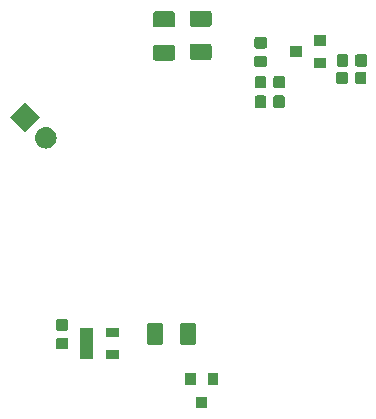
<source format=gbr>
G04 #@! TF.GenerationSoftware,KiCad,Pcbnew,5.1.4-1.fc30*
G04 #@! TF.CreationDate,2020-10-18T16:53:05+02:00*
G04 #@! TF.ProjectId,synchro2,73796e63-6872-46f3-922e-6b696361645f,rev?*
G04 #@! TF.SameCoordinates,Original*
G04 #@! TF.FileFunction,Soldermask,Bot*
G04 #@! TF.FilePolarity,Negative*
%FSLAX46Y46*%
G04 Gerber Fmt 4.6, Leading zero omitted, Abs format (unit mm)*
G04 Created by KiCad (PCBNEW 5.1.4-1.fc30) date 2020-10-18 16:53:05*
%MOMM*%
%LPD*%
G04 APERTURE LIST*
%ADD10C,0.100000*%
G04 APERTURE END LIST*
D10*
G36*
X219651000Y-133501000D02*
G01*
X218749000Y-133501000D01*
X218749000Y-132499000D01*
X219651000Y-132499000D01*
X219651000Y-133501000D01*
X219651000Y-133501000D01*
G37*
G36*
X220601000Y-131501000D02*
G01*
X219699000Y-131501000D01*
X219699000Y-130499000D01*
X220601000Y-130499000D01*
X220601000Y-131501000D01*
X220601000Y-131501000D01*
G37*
G36*
X218701000Y-131501000D02*
G01*
X217799000Y-131501000D01*
X217799000Y-130499000D01*
X218701000Y-130499000D01*
X218701000Y-131501000D01*
X218701000Y-131501000D01*
G37*
G36*
X212221000Y-129346000D02*
G01*
X211059000Y-129346000D01*
X211059000Y-128594000D01*
X212221000Y-128594000D01*
X212221000Y-129346000D01*
X212221000Y-129346000D01*
G37*
G36*
X210021000Y-129346000D02*
G01*
X208859000Y-129346000D01*
X208859000Y-126694000D01*
X210021000Y-126694000D01*
X210021000Y-129346000D01*
X210021000Y-129346000D01*
G37*
G36*
X207759591Y-127523085D02*
G01*
X207793569Y-127533393D01*
X207824890Y-127550134D01*
X207852339Y-127572661D01*
X207874866Y-127600110D01*
X207891607Y-127631431D01*
X207901915Y-127665409D01*
X207906000Y-127706890D01*
X207906000Y-128308110D01*
X207901915Y-128349591D01*
X207891607Y-128383569D01*
X207874866Y-128414890D01*
X207852339Y-128442339D01*
X207824890Y-128464866D01*
X207793569Y-128481607D01*
X207759591Y-128491915D01*
X207718110Y-128496000D01*
X207041890Y-128496000D01*
X207000409Y-128491915D01*
X206966431Y-128481607D01*
X206935110Y-128464866D01*
X206907661Y-128442339D01*
X206885134Y-128414890D01*
X206868393Y-128383569D01*
X206858085Y-128349591D01*
X206854000Y-128308110D01*
X206854000Y-127706890D01*
X206858085Y-127665409D01*
X206868393Y-127631431D01*
X206885134Y-127600110D01*
X206907661Y-127572661D01*
X206935110Y-127550134D01*
X206966431Y-127533393D01*
X207000409Y-127523085D01*
X207041890Y-127519000D01*
X207718110Y-127519000D01*
X207759591Y-127523085D01*
X207759591Y-127523085D01*
G37*
G36*
X218548604Y-126278347D02*
G01*
X218585144Y-126289432D01*
X218618821Y-126307433D01*
X218648341Y-126331659D01*
X218672567Y-126361179D01*
X218690568Y-126394856D01*
X218701653Y-126431396D01*
X218706000Y-126475538D01*
X218706000Y-127924462D01*
X218701653Y-127968604D01*
X218690568Y-128005144D01*
X218672567Y-128038821D01*
X218648341Y-128068341D01*
X218618821Y-128092567D01*
X218585144Y-128110568D01*
X218548604Y-128121653D01*
X218504462Y-128126000D01*
X217555538Y-128126000D01*
X217511396Y-128121653D01*
X217474856Y-128110568D01*
X217441179Y-128092567D01*
X217411659Y-128068341D01*
X217387433Y-128038821D01*
X217369432Y-128005144D01*
X217358347Y-127968604D01*
X217354000Y-127924462D01*
X217354000Y-126475538D01*
X217358347Y-126431396D01*
X217369432Y-126394856D01*
X217387433Y-126361179D01*
X217411659Y-126331659D01*
X217441179Y-126307433D01*
X217474856Y-126289432D01*
X217511396Y-126278347D01*
X217555538Y-126274000D01*
X218504462Y-126274000D01*
X218548604Y-126278347D01*
X218548604Y-126278347D01*
G37*
G36*
X215748604Y-126278347D02*
G01*
X215785144Y-126289432D01*
X215818821Y-126307433D01*
X215848341Y-126331659D01*
X215872567Y-126361179D01*
X215890568Y-126394856D01*
X215901653Y-126431396D01*
X215906000Y-126475538D01*
X215906000Y-127924462D01*
X215901653Y-127968604D01*
X215890568Y-128005144D01*
X215872567Y-128038821D01*
X215848341Y-128068341D01*
X215818821Y-128092567D01*
X215785144Y-128110568D01*
X215748604Y-128121653D01*
X215704462Y-128126000D01*
X214755538Y-128126000D01*
X214711396Y-128121653D01*
X214674856Y-128110568D01*
X214641179Y-128092567D01*
X214611659Y-128068341D01*
X214587433Y-128038821D01*
X214569432Y-128005144D01*
X214558347Y-127968604D01*
X214554000Y-127924462D01*
X214554000Y-126475538D01*
X214558347Y-126431396D01*
X214569432Y-126394856D01*
X214587433Y-126361179D01*
X214611659Y-126331659D01*
X214641179Y-126307433D01*
X214674856Y-126289432D01*
X214711396Y-126278347D01*
X214755538Y-126274000D01*
X215704462Y-126274000D01*
X215748604Y-126278347D01*
X215748604Y-126278347D01*
G37*
G36*
X212221000Y-127446000D02*
G01*
X211059000Y-127446000D01*
X211059000Y-126694000D01*
X212221000Y-126694000D01*
X212221000Y-127446000D01*
X212221000Y-127446000D01*
G37*
G36*
X207759591Y-125948085D02*
G01*
X207793569Y-125958393D01*
X207824890Y-125975134D01*
X207852339Y-125997661D01*
X207874866Y-126025110D01*
X207891607Y-126056431D01*
X207901915Y-126090409D01*
X207906000Y-126131890D01*
X207906000Y-126733110D01*
X207901915Y-126774591D01*
X207891607Y-126808569D01*
X207874866Y-126839890D01*
X207852339Y-126867339D01*
X207824890Y-126889866D01*
X207793569Y-126906607D01*
X207759591Y-126916915D01*
X207718110Y-126921000D01*
X207041890Y-126921000D01*
X207000409Y-126916915D01*
X206966431Y-126906607D01*
X206935110Y-126889866D01*
X206907661Y-126867339D01*
X206885134Y-126839890D01*
X206868393Y-126808569D01*
X206858085Y-126774591D01*
X206854000Y-126733110D01*
X206854000Y-126131890D01*
X206858085Y-126090409D01*
X206868393Y-126056431D01*
X206885134Y-126025110D01*
X206907661Y-125997661D01*
X206935110Y-125975134D01*
X206966431Y-125958393D01*
X207000409Y-125948085D01*
X207041890Y-125944000D01*
X207718110Y-125944000D01*
X207759591Y-125948085D01*
X207759591Y-125948085D01*
G37*
G36*
X206106494Y-109701570D02*
G01*
X206172678Y-109708088D01*
X206342517Y-109759608D01*
X206499042Y-109843273D01*
X206534780Y-109872603D01*
X206636237Y-109955865D01*
X206719499Y-110057322D01*
X206748829Y-110093060D01*
X206832494Y-110249585D01*
X206884014Y-110419424D01*
X206901410Y-110596051D01*
X206884014Y-110772678D01*
X206832494Y-110942517D01*
X206748829Y-111099042D01*
X206719499Y-111134780D01*
X206636237Y-111236237D01*
X206534780Y-111319499D01*
X206499042Y-111348829D01*
X206342517Y-111432494D01*
X206172678Y-111484014D01*
X206106494Y-111490532D01*
X206040311Y-111497051D01*
X205951791Y-111497051D01*
X205885608Y-111490532D01*
X205819424Y-111484014D01*
X205649585Y-111432494D01*
X205493060Y-111348829D01*
X205457322Y-111319499D01*
X205355865Y-111236237D01*
X205272603Y-111134780D01*
X205243273Y-111099042D01*
X205159608Y-110942517D01*
X205108088Y-110772678D01*
X205090692Y-110596051D01*
X205108088Y-110419424D01*
X205159608Y-110249585D01*
X205243273Y-110093060D01*
X205272603Y-110057322D01*
X205355865Y-109955865D01*
X205457322Y-109872603D01*
X205493060Y-109843273D01*
X205649585Y-109759608D01*
X205819424Y-109708088D01*
X205885608Y-109701570D01*
X205951791Y-109695051D01*
X206040311Y-109695051D01*
X206106494Y-109701570D01*
X206106494Y-109701570D01*
G37*
G36*
X205474206Y-108800000D02*
G01*
X204200000Y-110074206D01*
X202925794Y-108800000D01*
X204200000Y-107525794D01*
X205474206Y-108800000D01*
X205474206Y-108800000D01*
G37*
G36*
X226079591Y-107008085D02*
G01*
X226113569Y-107018393D01*
X226144890Y-107035134D01*
X226172339Y-107057661D01*
X226194866Y-107085110D01*
X226211607Y-107116431D01*
X226221915Y-107150409D01*
X226226000Y-107191890D01*
X226226000Y-107868110D01*
X226221915Y-107909591D01*
X226211607Y-107943569D01*
X226194866Y-107974890D01*
X226172339Y-108002339D01*
X226144890Y-108024866D01*
X226113569Y-108041607D01*
X226079591Y-108051915D01*
X226038110Y-108056000D01*
X225436890Y-108056000D01*
X225395409Y-108051915D01*
X225361431Y-108041607D01*
X225330110Y-108024866D01*
X225302661Y-108002339D01*
X225280134Y-107974890D01*
X225263393Y-107943569D01*
X225253085Y-107909591D01*
X225249000Y-107868110D01*
X225249000Y-107191890D01*
X225253085Y-107150409D01*
X225263393Y-107116431D01*
X225280134Y-107085110D01*
X225302661Y-107057661D01*
X225330110Y-107035134D01*
X225361431Y-107018393D01*
X225395409Y-107008085D01*
X225436890Y-107004000D01*
X226038110Y-107004000D01*
X226079591Y-107008085D01*
X226079591Y-107008085D01*
G37*
G36*
X224504591Y-107008085D02*
G01*
X224538569Y-107018393D01*
X224569890Y-107035134D01*
X224597339Y-107057661D01*
X224619866Y-107085110D01*
X224636607Y-107116431D01*
X224646915Y-107150409D01*
X224651000Y-107191890D01*
X224651000Y-107868110D01*
X224646915Y-107909591D01*
X224636607Y-107943569D01*
X224619866Y-107974890D01*
X224597339Y-108002339D01*
X224569890Y-108024866D01*
X224538569Y-108041607D01*
X224504591Y-108051915D01*
X224463110Y-108056000D01*
X223861890Y-108056000D01*
X223820409Y-108051915D01*
X223786431Y-108041607D01*
X223755110Y-108024866D01*
X223727661Y-108002339D01*
X223705134Y-107974890D01*
X223688393Y-107943569D01*
X223678085Y-107909591D01*
X223674000Y-107868110D01*
X223674000Y-107191890D01*
X223678085Y-107150409D01*
X223688393Y-107116431D01*
X223705134Y-107085110D01*
X223727661Y-107057661D01*
X223755110Y-107035134D01*
X223786431Y-107018393D01*
X223820409Y-107008085D01*
X223861890Y-107004000D01*
X224463110Y-107004000D01*
X224504591Y-107008085D01*
X224504591Y-107008085D01*
G37*
G36*
X224514591Y-105358085D02*
G01*
X224548569Y-105368393D01*
X224579890Y-105385134D01*
X224607339Y-105407661D01*
X224629866Y-105435110D01*
X224646607Y-105466431D01*
X224656915Y-105500409D01*
X224661000Y-105541890D01*
X224661000Y-106218110D01*
X224656915Y-106259591D01*
X224646607Y-106293569D01*
X224629866Y-106324890D01*
X224607339Y-106352339D01*
X224579890Y-106374866D01*
X224548569Y-106391607D01*
X224514591Y-106401915D01*
X224473110Y-106406000D01*
X223871890Y-106406000D01*
X223830409Y-106401915D01*
X223796431Y-106391607D01*
X223765110Y-106374866D01*
X223737661Y-106352339D01*
X223715134Y-106324890D01*
X223698393Y-106293569D01*
X223688085Y-106259591D01*
X223684000Y-106218110D01*
X223684000Y-105541890D01*
X223688085Y-105500409D01*
X223698393Y-105466431D01*
X223715134Y-105435110D01*
X223737661Y-105407661D01*
X223765110Y-105385134D01*
X223796431Y-105368393D01*
X223830409Y-105358085D01*
X223871890Y-105354000D01*
X224473110Y-105354000D01*
X224514591Y-105358085D01*
X224514591Y-105358085D01*
G37*
G36*
X226089591Y-105358085D02*
G01*
X226123569Y-105368393D01*
X226154890Y-105385134D01*
X226182339Y-105407661D01*
X226204866Y-105435110D01*
X226221607Y-105466431D01*
X226231915Y-105500409D01*
X226236000Y-105541890D01*
X226236000Y-106218110D01*
X226231915Y-106259591D01*
X226221607Y-106293569D01*
X226204866Y-106324890D01*
X226182339Y-106352339D01*
X226154890Y-106374866D01*
X226123569Y-106391607D01*
X226089591Y-106401915D01*
X226048110Y-106406000D01*
X225446890Y-106406000D01*
X225405409Y-106401915D01*
X225371431Y-106391607D01*
X225340110Y-106374866D01*
X225312661Y-106352339D01*
X225290134Y-106324890D01*
X225273393Y-106293569D01*
X225263085Y-106259591D01*
X225259000Y-106218110D01*
X225259000Y-105541890D01*
X225263085Y-105500409D01*
X225273393Y-105466431D01*
X225290134Y-105435110D01*
X225312661Y-105407661D01*
X225340110Y-105385134D01*
X225371431Y-105368393D01*
X225405409Y-105358085D01*
X225446890Y-105354000D01*
X226048110Y-105354000D01*
X226089591Y-105358085D01*
X226089591Y-105358085D01*
G37*
G36*
X231424591Y-104988085D02*
G01*
X231458569Y-104998393D01*
X231489890Y-105015134D01*
X231517339Y-105037661D01*
X231539866Y-105065110D01*
X231556607Y-105096431D01*
X231566915Y-105130409D01*
X231571000Y-105171890D01*
X231571000Y-105848110D01*
X231566915Y-105889591D01*
X231556607Y-105923569D01*
X231539866Y-105954890D01*
X231517339Y-105982339D01*
X231489890Y-106004866D01*
X231458569Y-106021607D01*
X231424591Y-106031915D01*
X231383110Y-106036000D01*
X230781890Y-106036000D01*
X230740409Y-106031915D01*
X230706431Y-106021607D01*
X230675110Y-106004866D01*
X230647661Y-105982339D01*
X230625134Y-105954890D01*
X230608393Y-105923569D01*
X230598085Y-105889591D01*
X230594000Y-105848110D01*
X230594000Y-105171890D01*
X230598085Y-105130409D01*
X230608393Y-105096431D01*
X230625134Y-105065110D01*
X230647661Y-105037661D01*
X230675110Y-105015134D01*
X230706431Y-104998393D01*
X230740409Y-104988085D01*
X230781890Y-104984000D01*
X231383110Y-104984000D01*
X231424591Y-104988085D01*
X231424591Y-104988085D01*
G37*
G36*
X232999591Y-104988085D02*
G01*
X233033569Y-104998393D01*
X233064890Y-105015134D01*
X233092339Y-105037661D01*
X233114866Y-105065110D01*
X233131607Y-105096431D01*
X233141915Y-105130409D01*
X233146000Y-105171890D01*
X233146000Y-105848110D01*
X233141915Y-105889591D01*
X233131607Y-105923569D01*
X233114866Y-105954890D01*
X233092339Y-105982339D01*
X233064890Y-106004866D01*
X233033569Y-106021607D01*
X232999591Y-106031915D01*
X232958110Y-106036000D01*
X232356890Y-106036000D01*
X232315409Y-106031915D01*
X232281431Y-106021607D01*
X232250110Y-106004866D01*
X232222661Y-105982339D01*
X232200134Y-105954890D01*
X232183393Y-105923569D01*
X232173085Y-105889591D01*
X232169000Y-105848110D01*
X232169000Y-105171890D01*
X232173085Y-105130409D01*
X232183393Y-105096431D01*
X232200134Y-105065110D01*
X232222661Y-105037661D01*
X232250110Y-105015134D01*
X232281431Y-104998393D01*
X232315409Y-104988085D01*
X232356890Y-104984000D01*
X232958110Y-104984000D01*
X232999591Y-104988085D01*
X232999591Y-104988085D01*
G37*
G36*
X229701000Y-104701000D02*
G01*
X228699000Y-104701000D01*
X228699000Y-103799000D01*
X229701000Y-103799000D01*
X229701000Y-104701000D01*
X229701000Y-104701000D01*
G37*
G36*
X224559591Y-103643085D02*
G01*
X224593569Y-103653393D01*
X224624890Y-103670134D01*
X224652339Y-103692661D01*
X224674866Y-103720110D01*
X224691607Y-103751431D01*
X224701915Y-103785409D01*
X224706000Y-103826890D01*
X224706000Y-104428110D01*
X224701915Y-104469591D01*
X224691607Y-104503569D01*
X224674866Y-104534890D01*
X224652339Y-104562339D01*
X224624890Y-104584866D01*
X224593569Y-104601607D01*
X224559591Y-104611915D01*
X224518110Y-104616000D01*
X223841890Y-104616000D01*
X223800409Y-104611915D01*
X223766431Y-104601607D01*
X223735110Y-104584866D01*
X223707661Y-104562339D01*
X223685134Y-104534890D01*
X223668393Y-104503569D01*
X223658085Y-104469591D01*
X223654000Y-104428110D01*
X223654000Y-103826890D01*
X223658085Y-103785409D01*
X223668393Y-103751431D01*
X223685134Y-103720110D01*
X223707661Y-103692661D01*
X223735110Y-103670134D01*
X223766431Y-103653393D01*
X223800409Y-103643085D01*
X223841890Y-103639000D01*
X224518110Y-103639000D01*
X224559591Y-103643085D01*
X224559591Y-103643085D01*
G37*
G36*
X231454591Y-103508085D02*
G01*
X231488569Y-103518393D01*
X231519890Y-103535134D01*
X231547339Y-103557661D01*
X231569866Y-103585110D01*
X231586607Y-103616431D01*
X231596915Y-103650409D01*
X231601000Y-103691890D01*
X231601000Y-104368110D01*
X231596915Y-104409591D01*
X231586607Y-104443569D01*
X231569866Y-104474890D01*
X231547339Y-104502339D01*
X231519890Y-104524866D01*
X231488569Y-104541607D01*
X231454591Y-104551915D01*
X231413110Y-104556000D01*
X230811890Y-104556000D01*
X230770409Y-104551915D01*
X230736431Y-104541607D01*
X230705110Y-104524866D01*
X230677661Y-104502339D01*
X230655134Y-104474890D01*
X230638393Y-104443569D01*
X230628085Y-104409591D01*
X230624000Y-104368110D01*
X230624000Y-103691890D01*
X230628085Y-103650409D01*
X230638393Y-103616431D01*
X230655134Y-103585110D01*
X230677661Y-103557661D01*
X230705110Y-103535134D01*
X230736431Y-103518393D01*
X230770409Y-103508085D01*
X230811890Y-103504000D01*
X231413110Y-103504000D01*
X231454591Y-103508085D01*
X231454591Y-103508085D01*
G37*
G36*
X233029591Y-103508085D02*
G01*
X233063569Y-103518393D01*
X233094890Y-103535134D01*
X233122339Y-103557661D01*
X233144866Y-103585110D01*
X233161607Y-103616431D01*
X233171915Y-103650409D01*
X233176000Y-103691890D01*
X233176000Y-104368110D01*
X233171915Y-104409591D01*
X233161607Y-104443569D01*
X233144866Y-104474890D01*
X233122339Y-104502339D01*
X233094890Y-104524866D01*
X233063569Y-104541607D01*
X233029591Y-104551915D01*
X232988110Y-104556000D01*
X232386890Y-104556000D01*
X232345409Y-104551915D01*
X232311431Y-104541607D01*
X232280110Y-104524866D01*
X232252661Y-104502339D01*
X232230134Y-104474890D01*
X232213393Y-104443569D01*
X232203085Y-104409591D01*
X232199000Y-104368110D01*
X232199000Y-103691890D01*
X232203085Y-103650409D01*
X232213393Y-103616431D01*
X232230134Y-103585110D01*
X232252661Y-103557661D01*
X232280110Y-103535134D01*
X232311431Y-103518393D01*
X232345409Y-103508085D01*
X232386890Y-103504000D01*
X232988110Y-103504000D01*
X233029591Y-103508085D01*
X233029591Y-103508085D01*
G37*
G36*
X216768604Y-102698347D02*
G01*
X216805144Y-102709432D01*
X216838821Y-102727433D01*
X216868341Y-102751659D01*
X216892567Y-102781179D01*
X216910568Y-102814856D01*
X216921653Y-102851396D01*
X216926000Y-102895538D01*
X216926000Y-103844462D01*
X216921653Y-103888604D01*
X216910568Y-103925144D01*
X216892567Y-103958821D01*
X216868341Y-103988341D01*
X216838821Y-104012567D01*
X216805144Y-104030568D01*
X216768604Y-104041653D01*
X216724462Y-104046000D01*
X215275538Y-104046000D01*
X215231396Y-104041653D01*
X215194856Y-104030568D01*
X215161179Y-104012567D01*
X215131659Y-103988341D01*
X215107433Y-103958821D01*
X215089432Y-103925144D01*
X215078347Y-103888604D01*
X215074000Y-103844462D01*
X215074000Y-102895538D01*
X215078347Y-102851396D01*
X215089432Y-102814856D01*
X215107433Y-102781179D01*
X215131659Y-102751659D01*
X215161179Y-102727433D01*
X215194856Y-102709432D01*
X215231396Y-102698347D01*
X215275538Y-102694000D01*
X216724462Y-102694000D01*
X216768604Y-102698347D01*
X216768604Y-102698347D01*
G37*
G36*
X219868604Y-102628347D02*
G01*
X219905144Y-102639432D01*
X219938821Y-102657433D01*
X219968341Y-102681659D01*
X219992567Y-102711179D01*
X220010568Y-102744856D01*
X220021653Y-102781396D01*
X220026000Y-102825538D01*
X220026000Y-103774462D01*
X220021653Y-103818604D01*
X220010568Y-103855144D01*
X219992567Y-103888821D01*
X219968341Y-103918341D01*
X219938821Y-103942567D01*
X219905144Y-103960568D01*
X219868604Y-103971653D01*
X219824462Y-103976000D01*
X218375538Y-103976000D01*
X218331396Y-103971653D01*
X218294856Y-103960568D01*
X218261179Y-103942567D01*
X218231659Y-103918341D01*
X218207433Y-103888821D01*
X218189432Y-103855144D01*
X218178347Y-103818604D01*
X218174000Y-103774462D01*
X218174000Y-102825538D01*
X218178347Y-102781396D01*
X218189432Y-102744856D01*
X218207433Y-102711179D01*
X218231659Y-102681659D01*
X218261179Y-102657433D01*
X218294856Y-102639432D01*
X218331396Y-102628347D01*
X218375538Y-102624000D01*
X219824462Y-102624000D01*
X219868604Y-102628347D01*
X219868604Y-102628347D01*
G37*
G36*
X227701000Y-103751000D02*
G01*
X226699000Y-103751000D01*
X226699000Y-102849000D01*
X227701000Y-102849000D01*
X227701000Y-103751000D01*
X227701000Y-103751000D01*
G37*
G36*
X224559591Y-102068085D02*
G01*
X224593569Y-102078393D01*
X224624890Y-102095134D01*
X224652339Y-102117661D01*
X224674866Y-102145110D01*
X224691607Y-102176431D01*
X224701915Y-102210409D01*
X224706000Y-102251890D01*
X224706000Y-102853110D01*
X224701915Y-102894591D01*
X224691607Y-102928569D01*
X224674866Y-102959890D01*
X224652339Y-102987339D01*
X224624890Y-103009866D01*
X224593569Y-103026607D01*
X224559591Y-103036915D01*
X224518110Y-103041000D01*
X223841890Y-103041000D01*
X223800409Y-103036915D01*
X223766431Y-103026607D01*
X223735110Y-103009866D01*
X223707661Y-102987339D01*
X223685134Y-102959890D01*
X223668393Y-102928569D01*
X223658085Y-102894591D01*
X223654000Y-102853110D01*
X223654000Y-102251890D01*
X223658085Y-102210409D01*
X223668393Y-102176431D01*
X223685134Y-102145110D01*
X223707661Y-102117661D01*
X223735110Y-102095134D01*
X223766431Y-102078393D01*
X223800409Y-102068085D01*
X223841890Y-102064000D01*
X224518110Y-102064000D01*
X224559591Y-102068085D01*
X224559591Y-102068085D01*
G37*
G36*
X229701000Y-102801000D02*
G01*
X228699000Y-102801000D01*
X228699000Y-101899000D01*
X229701000Y-101899000D01*
X229701000Y-102801000D01*
X229701000Y-102801000D01*
G37*
G36*
X216768604Y-99898347D02*
G01*
X216805144Y-99909432D01*
X216838821Y-99927433D01*
X216868341Y-99951659D01*
X216892567Y-99981179D01*
X216910568Y-100014856D01*
X216921653Y-100051396D01*
X216926000Y-100095538D01*
X216926000Y-101044462D01*
X216921653Y-101088604D01*
X216910568Y-101125144D01*
X216892567Y-101158821D01*
X216868341Y-101188341D01*
X216838821Y-101212567D01*
X216805144Y-101230568D01*
X216768604Y-101241653D01*
X216724462Y-101246000D01*
X215275538Y-101246000D01*
X215231396Y-101241653D01*
X215194856Y-101230568D01*
X215161179Y-101212567D01*
X215131659Y-101188341D01*
X215107433Y-101158821D01*
X215089432Y-101125144D01*
X215078347Y-101088604D01*
X215074000Y-101044462D01*
X215074000Y-100095538D01*
X215078347Y-100051396D01*
X215089432Y-100014856D01*
X215107433Y-99981179D01*
X215131659Y-99951659D01*
X215161179Y-99927433D01*
X215194856Y-99909432D01*
X215231396Y-99898347D01*
X215275538Y-99894000D01*
X216724462Y-99894000D01*
X216768604Y-99898347D01*
X216768604Y-99898347D01*
G37*
G36*
X219868604Y-99828347D02*
G01*
X219905144Y-99839432D01*
X219938821Y-99857433D01*
X219968341Y-99881659D01*
X219992567Y-99911179D01*
X220010568Y-99944856D01*
X220021653Y-99981396D01*
X220026000Y-100025538D01*
X220026000Y-100974462D01*
X220021653Y-101018604D01*
X220010568Y-101055144D01*
X219992567Y-101088821D01*
X219968341Y-101118341D01*
X219938821Y-101142567D01*
X219905144Y-101160568D01*
X219868604Y-101171653D01*
X219824462Y-101176000D01*
X218375538Y-101176000D01*
X218331396Y-101171653D01*
X218294856Y-101160568D01*
X218261179Y-101142567D01*
X218231659Y-101118341D01*
X218207433Y-101088821D01*
X218189432Y-101055144D01*
X218178347Y-101018604D01*
X218174000Y-100974462D01*
X218174000Y-100025538D01*
X218178347Y-99981396D01*
X218189432Y-99944856D01*
X218207433Y-99911179D01*
X218231659Y-99881659D01*
X218261179Y-99857433D01*
X218294856Y-99839432D01*
X218331396Y-99828347D01*
X218375538Y-99824000D01*
X219824462Y-99824000D01*
X219868604Y-99828347D01*
X219868604Y-99828347D01*
G37*
M02*

</source>
